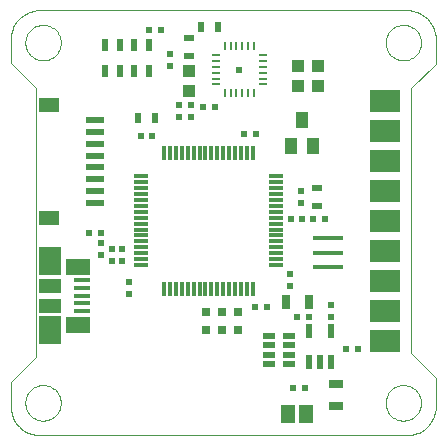
<source format=gtp>
G75*
G70*
%OFA0B0*%
%FSLAX24Y24*%
%IPPOS*%
%LPD*%
%AMOC8*
5,1,8,0,0,1.08239X$1,22.5*
%
%ADD10C,0.0000*%
%ADD11R,0.0236X0.0433*%
%ADD12R,0.0197X0.0236*%
%ADD13R,0.0315X0.0114*%
%ADD14R,0.0114X0.0315*%
%ADD15R,0.0236X0.0236*%
%ADD16R,0.0236X0.0354*%
%ADD17R,0.0354X0.0236*%
%ADD18R,0.0236X0.0197*%
%ADD19R,0.0220X0.0500*%
%ADD20R,0.0394X0.0551*%
%ADD21R,0.0610X0.0236*%
%ADD22R,0.0709X0.0472*%
%ADD23R,0.1000X0.0750*%
%ADD24R,0.0512X0.0276*%
%ADD25R,0.0276X0.0512*%
%ADD26R,0.0543X0.0177*%
%ADD27R,0.0827X0.0581*%
%ADD28R,0.0748X0.0935*%
%ADD29R,0.0748X0.0463*%
%ADD30R,0.1024X0.0157*%
%ADD31R,0.0394X0.0433*%
%ADD32R,0.0315X0.0315*%
%ADD33R,0.0460X0.0630*%
%ADD34R,0.0472X0.0118*%
%ADD35R,0.0118X0.0472*%
%ADD36R,0.0400X0.0200*%
D10*
X011483Y005999D02*
X011483Y006796D01*
X012327Y007639D01*
X012327Y016577D01*
X011483Y017421D01*
X011483Y018203D01*
X011485Y018265D01*
X011491Y018326D01*
X011500Y018387D01*
X011514Y018448D01*
X011531Y018507D01*
X011552Y018565D01*
X011577Y018622D01*
X011605Y018677D01*
X011636Y018730D01*
X011671Y018781D01*
X011709Y018830D01*
X011750Y018877D01*
X011793Y018920D01*
X011840Y018961D01*
X011889Y018999D01*
X011940Y019034D01*
X011993Y019065D01*
X012048Y019093D01*
X012105Y019118D01*
X012163Y019139D01*
X012222Y019156D01*
X012283Y019170D01*
X012344Y019179D01*
X012405Y019185D01*
X012467Y019187D01*
X012467Y019188D02*
X024672Y019188D01*
X024672Y019187D02*
X024734Y019185D01*
X024795Y019179D01*
X024856Y019170D01*
X024917Y019156D01*
X024976Y019139D01*
X025034Y019118D01*
X025091Y019093D01*
X025146Y019065D01*
X025199Y019034D01*
X025250Y018999D01*
X025299Y018961D01*
X025346Y018920D01*
X025389Y018877D01*
X025430Y018830D01*
X025468Y018781D01*
X025503Y018730D01*
X025534Y018677D01*
X025562Y018622D01*
X025587Y018565D01*
X025608Y018507D01*
X025625Y018448D01*
X025639Y018387D01*
X025648Y018326D01*
X025654Y018265D01*
X025656Y018203D01*
X025656Y017406D01*
X024827Y016577D01*
X024827Y007764D01*
X025656Y006935D01*
X025656Y005999D01*
X025654Y005937D01*
X025648Y005876D01*
X025639Y005815D01*
X025625Y005754D01*
X025608Y005695D01*
X025587Y005637D01*
X025562Y005580D01*
X025534Y005525D01*
X025503Y005472D01*
X025468Y005421D01*
X025430Y005372D01*
X025389Y005325D01*
X025346Y005282D01*
X025299Y005241D01*
X025250Y005203D01*
X025199Y005168D01*
X025146Y005137D01*
X025091Y005109D01*
X025034Y005084D01*
X024976Y005063D01*
X024917Y005046D01*
X024856Y005032D01*
X024795Y005023D01*
X024734Y005017D01*
X024672Y005015D01*
X024672Y005014D02*
X012467Y005014D01*
X012467Y005015D02*
X012405Y005017D01*
X012344Y005023D01*
X012283Y005032D01*
X012222Y005046D01*
X012163Y005063D01*
X012105Y005084D01*
X012048Y005109D01*
X011993Y005137D01*
X011940Y005168D01*
X011889Y005203D01*
X011840Y005241D01*
X011793Y005282D01*
X011750Y005325D01*
X011709Y005372D01*
X011671Y005421D01*
X011636Y005472D01*
X011605Y005525D01*
X011577Y005580D01*
X011552Y005637D01*
X011531Y005695D01*
X011514Y005754D01*
X011500Y005815D01*
X011491Y005876D01*
X011485Y005937D01*
X011483Y005999D01*
X011975Y006097D02*
X011977Y006145D01*
X011983Y006193D01*
X011993Y006240D01*
X012006Y006286D01*
X012024Y006331D01*
X012044Y006375D01*
X012069Y006417D01*
X012097Y006456D01*
X012127Y006493D01*
X012161Y006527D01*
X012198Y006559D01*
X012236Y006588D01*
X012277Y006613D01*
X012320Y006635D01*
X012365Y006653D01*
X012411Y006667D01*
X012458Y006678D01*
X012506Y006685D01*
X012554Y006688D01*
X012602Y006687D01*
X012650Y006682D01*
X012698Y006673D01*
X012744Y006661D01*
X012789Y006644D01*
X012833Y006624D01*
X012875Y006601D01*
X012915Y006574D01*
X012953Y006544D01*
X012988Y006511D01*
X013020Y006475D01*
X013050Y006437D01*
X013076Y006396D01*
X013098Y006353D01*
X013118Y006309D01*
X013133Y006264D01*
X013145Y006217D01*
X013153Y006169D01*
X013157Y006121D01*
X013157Y006073D01*
X013153Y006025D01*
X013145Y005977D01*
X013133Y005930D01*
X013118Y005885D01*
X013098Y005841D01*
X013076Y005798D01*
X013050Y005757D01*
X013020Y005719D01*
X012988Y005683D01*
X012953Y005650D01*
X012915Y005620D01*
X012875Y005593D01*
X012833Y005570D01*
X012789Y005550D01*
X012744Y005533D01*
X012698Y005521D01*
X012650Y005512D01*
X012602Y005507D01*
X012554Y005506D01*
X012506Y005509D01*
X012458Y005516D01*
X012411Y005527D01*
X012365Y005541D01*
X012320Y005559D01*
X012277Y005581D01*
X012236Y005606D01*
X012198Y005635D01*
X012161Y005667D01*
X012127Y005701D01*
X012097Y005738D01*
X012069Y005777D01*
X012044Y005819D01*
X012024Y005863D01*
X012006Y005908D01*
X011993Y005954D01*
X011983Y006001D01*
X011977Y006049D01*
X011975Y006097D01*
X023983Y006097D02*
X023985Y006145D01*
X023991Y006193D01*
X024001Y006240D01*
X024014Y006286D01*
X024032Y006331D01*
X024052Y006375D01*
X024077Y006417D01*
X024105Y006456D01*
X024135Y006493D01*
X024169Y006527D01*
X024206Y006559D01*
X024244Y006588D01*
X024285Y006613D01*
X024328Y006635D01*
X024373Y006653D01*
X024419Y006667D01*
X024466Y006678D01*
X024514Y006685D01*
X024562Y006688D01*
X024610Y006687D01*
X024658Y006682D01*
X024706Y006673D01*
X024752Y006661D01*
X024797Y006644D01*
X024841Y006624D01*
X024883Y006601D01*
X024923Y006574D01*
X024961Y006544D01*
X024996Y006511D01*
X025028Y006475D01*
X025058Y006437D01*
X025084Y006396D01*
X025106Y006353D01*
X025126Y006309D01*
X025141Y006264D01*
X025153Y006217D01*
X025161Y006169D01*
X025165Y006121D01*
X025165Y006073D01*
X025161Y006025D01*
X025153Y005977D01*
X025141Y005930D01*
X025126Y005885D01*
X025106Y005841D01*
X025084Y005798D01*
X025058Y005757D01*
X025028Y005719D01*
X024996Y005683D01*
X024961Y005650D01*
X024923Y005620D01*
X024883Y005593D01*
X024841Y005570D01*
X024797Y005550D01*
X024752Y005533D01*
X024706Y005521D01*
X024658Y005512D01*
X024610Y005507D01*
X024562Y005506D01*
X024514Y005509D01*
X024466Y005516D01*
X024419Y005527D01*
X024373Y005541D01*
X024328Y005559D01*
X024285Y005581D01*
X024244Y005606D01*
X024206Y005635D01*
X024169Y005667D01*
X024135Y005701D01*
X024105Y005738D01*
X024077Y005777D01*
X024052Y005819D01*
X024032Y005863D01*
X024014Y005908D01*
X024001Y005954D01*
X023991Y006001D01*
X023985Y006049D01*
X023983Y006097D01*
X023983Y018105D02*
X023985Y018153D01*
X023991Y018201D01*
X024001Y018248D01*
X024014Y018294D01*
X024032Y018339D01*
X024052Y018383D01*
X024077Y018425D01*
X024105Y018464D01*
X024135Y018501D01*
X024169Y018535D01*
X024206Y018567D01*
X024244Y018596D01*
X024285Y018621D01*
X024328Y018643D01*
X024373Y018661D01*
X024419Y018675D01*
X024466Y018686D01*
X024514Y018693D01*
X024562Y018696D01*
X024610Y018695D01*
X024658Y018690D01*
X024706Y018681D01*
X024752Y018669D01*
X024797Y018652D01*
X024841Y018632D01*
X024883Y018609D01*
X024923Y018582D01*
X024961Y018552D01*
X024996Y018519D01*
X025028Y018483D01*
X025058Y018445D01*
X025084Y018404D01*
X025106Y018361D01*
X025126Y018317D01*
X025141Y018272D01*
X025153Y018225D01*
X025161Y018177D01*
X025165Y018129D01*
X025165Y018081D01*
X025161Y018033D01*
X025153Y017985D01*
X025141Y017938D01*
X025126Y017893D01*
X025106Y017849D01*
X025084Y017806D01*
X025058Y017765D01*
X025028Y017727D01*
X024996Y017691D01*
X024961Y017658D01*
X024923Y017628D01*
X024883Y017601D01*
X024841Y017578D01*
X024797Y017558D01*
X024752Y017541D01*
X024706Y017529D01*
X024658Y017520D01*
X024610Y017515D01*
X024562Y017514D01*
X024514Y017517D01*
X024466Y017524D01*
X024419Y017535D01*
X024373Y017549D01*
X024328Y017567D01*
X024285Y017589D01*
X024244Y017614D01*
X024206Y017643D01*
X024169Y017675D01*
X024135Y017709D01*
X024105Y017746D01*
X024077Y017785D01*
X024052Y017827D01*
X024032Y017871D01*
X024014Y017916D01*
X024001Y017962D01*
X023991Y018009D01*
X023985Y018057D01*
X023983Y018105D01*
X011975Y018105D02*
X011977Y018153D01*
X011983Y018201D01*
X011993Y018248D01*
X012006Y018294D01*
X012024Y018339D01*
X012044Y018383D01*
X012069Y018425D01*
X012097Y018464D01*
X012127Y018501D01*
X012161Y018535D01*
X012198Y018567D01*
X012236Y018596D01*
X012277Y018621D01*
X012320Y018643D01*
X012365Y018661D01*
X012411Y018675D01*
X012458Y018686D01*
X012506Y018693D01*
X012554Y018696D01*
X012602Y018695D01*
X012650Y018690D01*
X012698Y018681D01*
X012744Y018669D01*
X012789Y018652D01*
X012833Y018632D01*
X012875Y018609D01*
X012915Y018582D01*
X012953Y018552D01*
X012988Y018519D01*
X013020Y018483D01*
X013050Y018445D01*
X013076Y018404D01*
X013098Y018361D01*
X013118Y018317D01*
X013133Y018272D01*
X013145Y018225D01*
X013153Y018177D01*
X013157Y018129D01*
X013157Y018081D01*
X013153Y018033D01*
X013145Y017985D01*
X013133Y017938D01*
X013118Y017893D01*
X013098Y017849D01*
X013076Y017806D01*
X013050Y017765D01*
X013020Y017727D01*
X012988Y017691D01*
X012953Y017658D01*
X012915Y017628D01*
X012875Y017601D01*
X012833Y017578D01*
X012789Y017558D01*
X012744Y017541D01*
X012698Y017529D01*
X012650Y017520D01*
X012602Y017515D01*
X012554Y017514D01*
X012506Y017517D01*
X012458Y017524D01*
X012411Y017535D01*
X012365Y017549D01*
X012320Y017567D01*
X012277Y017589D01*
X012236Y017614D01*
X012198Y017643D01*
X012161Y017675D01*
X012127Y017709D01*
X012097Y017746D01*
X012069Y017785D01*
X012044Y017827D01*
X012024Y017871D01*
X012006Y017916D01*
X011993Y017962D01*
X011983Y018009D01*
X011977Y018057D01*
X011975Y018105D01*
D11*
X014620Y018010D03*
X015112Y018010D03*
X015604Y018010D03*
X016096Y018010D03*
X016096Y017144D03*
X015604Y017144D03*
X015112Y017144D03*
X014620Y017144D03*
D12*
X016099Y018514D03*
X016492Y018514D03*
X017911Y015952D03*
X018305Y015952D03*
X019255Y015046D03*
X019649Y015046D03*
X016211Y014983D03*
X015818Y014983D03*
X014492Y011764D03*
X014099Y011764D03*
X019630Y009296D03*
X020024Y009296D03*
X021036Y008952D03*
X021430Y008952D03*
X022661Y007889D03*
X023055Y007889D03*
X021305Y006577D03*
X020911Y006577D03*
X020818Y012233D03*
X021211Y012233D03*
X021568Y012233D03*
X021961Y012233D03*
D13*
X019896Y016710D03*
X019896Y016907D03*
X019896Y017103D03*
X019896Y017300D03*
X019896Y017497D03*
X019896Y017694D03*
X018321Y017694D03*
X018321Y017497D03*
X018321Y017300D03*
X018321Y017103D03*
X018321Y016907D03*
X018321Y016710D03*
D14*
X018616Y016414D03*
X018813Y016414D03*
X019010Y016414D03*
X019207Y016414D03*
X019403Y016414D03*
X019600Y016414D03*
X019600Y017989D03*
X019403Y017989D03*
X019207Y017989D03*
X019010Y017989D03*
X018813Y017989D03*
X018616Y017989D03*
D15*
X019108Y017202D03*
D16*
X018403Y018639D03*
X017813Y018639D03*
X016310Y015608D03*
X015719Y015608D03*
D17*
X017421Y017657D03*
X017421Y018247D03*
X021702Y013247D03*
X021702Y012657D03*
D18*
X021171Y012755D03*
X021171Y013149D03*
X017483Y015630D03*
X017108Y015630D03*
X017108Y016024D03*
X017483Y016024D03*
X016796Y017318D03*
X016796Y017711D03*
X014483Y011430D03*
X014858Y011211D03*
X015202Y011211D03*
X015202Y010818D03*
X014858Y010818D03*
X014483Y011036D03*
X015421Y010117D03*
X015421Y009724D03*
X020796Y010005D03*
X020796Y010399D03*
X022171Y009367D03*
X022171Y008974D03*
D19*
X022166Y008493D03*
X021426Y008493D03*
X021426Y007473D03*
X021796Y007473D03*
X022166Y007473D03*
D20*
X021576Y014675D03*
X020828Y014675D03*
X021202Y015541D03*
D21*
X014279Y015517D03*
X014279Y015124D03*
X014279Y014730D03*
X014279Y014336D03*
X014279Y013943D03*
X014279Y013549D03*
X014279Y013155D03*
X014279Y012761D03*
D22*
X012754Y012250D03*
X012754Y016029D03*
D23*
X023977Y016171D03*
X023977Y015171D03*
X023977Y014171D03*
X023977Y013171D03*
X023977Y012171D03*
X023977Y011171D03*
X023977Y010171D03*
X023977Y009171D03*
X023977Y008171D03*
D24*
X022327Y006732D03*
X022327Y005984D03*
D25*
X021420Y009452D03*
X020672Y009452D03*
D26*
X013858Y009415D03*
X013858Y009671D03*
X013858Y009927D03*
X013858Y010182D03*
X013858Y009159D03*
D27*
X013716Y008701D03*
X013716Y010640D03*
D28*
X012811Y010817D03*
X012811Y008524D03*
D29*
X012811Y009336D03*
X012811Y009993D03*
D30*
X022046Y010636D03*
X022046Y011108D03*
X022046Y011581D03*
D31*
X017421Y016492D03*
X017421Y017162D03*
X021046Y017318D03*
X021733Y017318D03*
X021733Y016648D03*
X021046Y016648D03*
D32*
X019046Y009122D03*
X018514Y009122D03*
X017983Y009122D03*
X017983Y008532D03*
X018514Y008532D03*
X019046Y008532D03*
D33*
X020714Y005733D03*
X021314Y005733D03*
D34*
X020341Y010694D03*
X020341Y010891D03*
X020341Y011088D03*
X020341Y011285D03*
X020341Y011482D03*
X020341Y011678D03*
X020341Y011875D03*
X020341Y012072D03*
X020341Y012269D03*
X020341Y012466D03*
X020341Y012663D03*
X020341Y012860D03*
X020341Y013056D03*
X020341Y013253D03*
X020341Y013450D03*
X020341Y013647D03*
X015813Y013647D03*
X015813Y013450D03*
X015813Y013253D03*
X015813Y013056D03*
X015813Y012860D03*
X015813Y012663D03*
X015813Y012466D03*
X015813Y012269D03*
X015813Y012072D03*
X015813Y011875D03*
X015813Y011678D03*
X015813Y011482D03*
X015813Y011285D03*
X015813Y011088D03*
X015813Y010891D03*
X015813Y010694D03*
D35*
X016600Y009907D03*
X016797Y009907D03*
X016994Y009907D03*
X017191Y009907D03*
X017388Y009907D03*
X017585Y009907D03*
X017782Y009907D03*
X017978Y009907D03*
X018175Y009907D03*
X018372Y009907D03*
X018569Y009907D03*
X018766Y009907D03*
X018963Y009907D03*
X019160Y009907D03*
X019356Y009907D03*
X019553Y009907D03*
X019553Y014434D03*
X019356Y014434D03*
X019160Y014434D03*
X018963Y014434D03*
X018766Y014434D03*
X018569Y014434D03*
X018372Y014434D03*
X018175Y014434D03*
X017978Y014434D03*
X017782Y014434D03*
X017585Y014434D03*
X017388Y014434D03*
X017191Y014434D03*
X016994Y014434D03*
X016797Y014434D03*
X016600Y014434D03*
D36*
X020108Y008327D03*
X020108Y008012D03*
X020758Y008012D03*
X020758Y008327D03*
X020758Y007697D03*
X020758Y007382D03*
X020108Y007382D03*
X020108Y007697D03*
M02*

</source>
